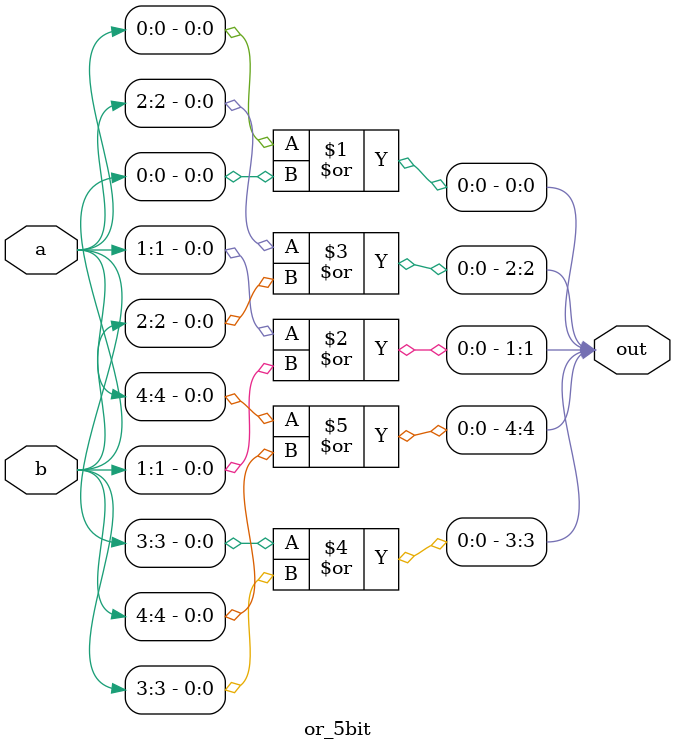
<source format=v>
module or_5bit (out, a, b);
input [4:0] a, b;
output [4:0] out;

assign out[0] = a[0] | b[0];
assign out[1] = a[1] | b[1];
assign out[2] = a[2] | b[2];		// inputların her biti or landı
assign out[3] = a[3] | b[3];
assign out[4] = a[4] | b[4];

endmodule
</source>
